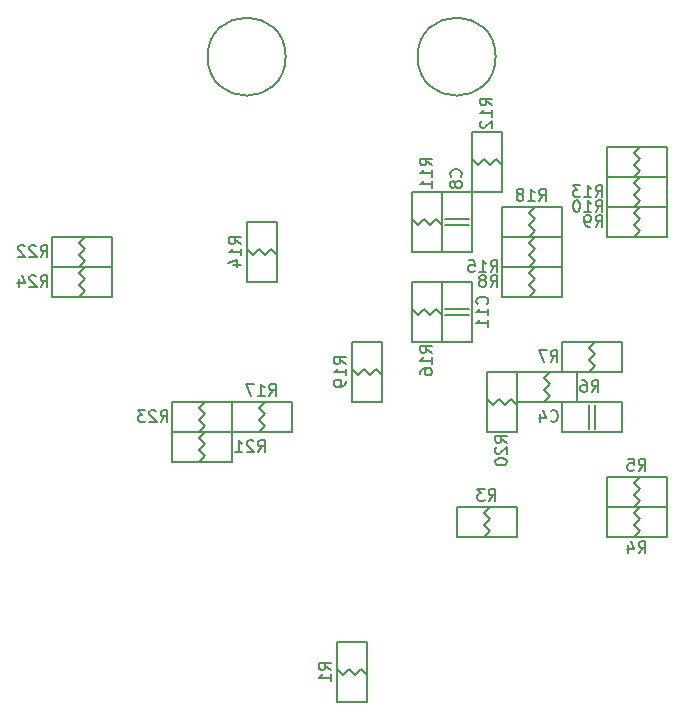
<source format=gbr>
G04 #@! TF.GenerationSoftware,KiCad,Pcbnew,5.1.6-c6e7f7d~87~ubuntu19.10.1*
G04 #@! TF.CreationDate,2022-07-30T16:25:42+06:00*
G04 #@! TF.ProjectId,big_muff_r3a_nyc,6269675f-6d75-4666-965f-7233615f6e79,3A*
G04 #@! TF.SameCoordinates,Original*
G04 #@! TF.FileFunction,Legend,Bot*
G04 #@! TF.FilePolarity,Positive*
%FSLAX46Y46*%
G04 Gerber Fmt 4.6, Leading zero omitted, Abs format (unit mm)*
G04 Created by KiCad (PCBNEW 5.1.6-c6e7f7d~87~ubuntu19.10.1) date 2022-07-30 16:25:42*
%MOMM*%
%LPD*%
G01*
G04 APERTURE LIST*
%ADD10C,0.200000*%
%ADD11R,2.100000X2.100000*%
%ADD12C,2.100000*%
%ADD13R,2.000000X1.800000*%
%ADD14R,1.800000X2.000000*%
%ADD15R,2.700000X2.700000*%
%ADD16R,3.200000X3.200000*%
%ADD17R,5.200000X3.200000*%
%ADD18R,3.200000X5.200000*%
%ADD19C,6.200000*%
G04 APERTURE END LIST*
D10*
X115570000Y-114300000D02*
X113030000Y-114300000D01*
X115570000Y-109220000D02*
X113030000Y-109220000D01*
X115316000Y-112014000D02*
X113284000Y-112014000D01*
X115316000Y-111506000D02*
X113284000Y-111506000D01*
X115570000Y-114300000D02*
X115570000Y-109220000D01*
X113030000Y-114300000D02*
X113030000Y-109220000D01*
X113030000Y-116840000D02*
X115570000Y-116840000D01*
X113030000Y-121920000D02*
X115570000Y-121920000D01*
X113284000Y-119126000D02*
X115316000Y-119126000D01*
X113284000Y-119634000D02*
X115316000Y-119634000D01*
X113030000Y-116840000D02*
X113030000Y-121920000D01*
X115570000Y-116840000D02*
X115570000Y-121920000D01*
X123190000Y-129540000D02*
X123190000Y-127000000D01*
X128270000Y-129540000D02*
X128270000Y-127000000D01*
X125476000Y-129286000D02*
X125476000Y-127254000D01*
X125984000Y-129286000D02*
X125984000Y-127254000D01*
X123190000Y-129540000D02*
X128270000Y-129540000D01*
X123190000Y-127000000D02*
X128270000Y-127000000D01*
X127000000Y-135890000D02*
X127000000Y-133350000D01*
X132080000Y-135890000D02*
X132080000Y-133350000D01*
X127000000Y-135890000D02*
X132080000Y-135890000D01*
X127000000Y-133350000D02*
X132080000Y-133350000D01*
X129286000Y-133858000D02*
X129794000Y-133350000D01*
X129794000Y-134366000D02*
X129286000Y-133858000D01*
X129286000Y-134874000D02*
X129794000Y-134366000D01*
X129794000Y-135382000D02*
X129286000Y-135890000D01*
X129286000Y-134874000D02*
X129794000Y-135382000D01*
X132080000Y-135890000D02*
X132080000Y-138430000D01*
X127000000Y-135890000D02*
X127000000Y-138430000D01*
X132080000Y-135890000D02*
X127000000Y-135890000D01*
X132080000Y-138430000D02*
X127000000Y-138430000D01*
X129794000Y-137922000D02*
X129286000Y-138430000D01*
X129286000Y-137414000D02*
X129794000Y-137922000D01*
X129794000Y-136906000D02*
X129286000Y-137414000D01*
X129286000Y-136398000D02*
X129794000Y-135890000D01*
X129794000Y-136906000D02*
X129286000Y-136398000D01*
X114300000Y-138430000D02*
X114300000Y-135890000D01*
X119380000Y-138430000D02*
X119380000Y-135890000D01*
X114300000Y-138430000D02*
X119380000Y-138430000D01*
X114300000Y-135890000D02*
X119380000Y-135890000D01*
X116586000Y-136398000D02*
X117094000Y-135890000D01*
X117094000Y-136906000D02*
X116586000Y-136398000D01*
X116586000Y-137414000D02*
X117094000Y-136906000D01*
X117094000Y-137922000D02*
X116586000Y-138430000D01*
X116586000Y-137414000D02*
X117094000Y-137922000D01*
X124460000Y-124460000D02*
X124460000Y-127000000D01*
X119380000Y-124460000D02*
X119380000Y-127000000D01*
X124460000Y-124460000D02*
X119380000Y-124460000D01*
X124460000Y-127000000D02*
X119380000Y-127000000D01*
X122174000Y-126492000D02*
X121666000Y-127000000D01*
X121666000Y-125984000D02*
X122174000Y-126492000D01*
X122174000Y-125476000D02*
X121666000Y-125984000D01*
X121666000Y-124968000D02*
X122174000Y-124460000D01*
X122174000Y-125476000D02*
X121666000Y-124968000D01*
X119380000Y-129540000D02*
X116840000Y-129540000D01*
X119380000Y-124460000D02*
X116840000Y-124460000D01*
X119380000Y-129540000D02*
X119380000Y-124460000D01*
X116840000Y-129540000D02*
X116840000Y-124460000D01*
X117348000Y-127254000D02*
X116840000Y-126746000D01*
X117856000Y-126746000D02*
X117348000Y-127254000D01*
X118364000Y-127254000D02*
X117856000Y-126746000D01*
X118872000Y-126746000D02*
X119380000Y-127254000D01*
X118364000Y-127254000D02*
X118872000Y-126746000D01*
X128270000Y-121920000D02*
X128270000Y-124460000D01*
X123190000Y-121920000D02*
X123190000Y-124460000D01*
X128270000Y-121920000D02*
X123190000Y-121920000D01*
X128270000Y-124460000D02*
X123190000Y-124460000D01*
X125984000Y-123952000D02*
X125476000Y-124460000D01*
X125476000Y-123444000D02*
X125984000Y-123952000D01*
X125984000Y-122936000D02*
X125476000Y-123444000D01*
X125476000Y-122428000D02*
X125984000Y-121920000D01*
X125984000Y-122936000D02*
X125476000Y-122428000D01*
X132080000Y-105410000D02*
X132080000Y-107950000D01*
X127000000Y-105410000D02*
X127000000Y-107950000D01*
X132080000Y-105410000D02*
X127000000Y-105410000D01*
X132080000Y-107950000D02*
X127000000Y-107950000D01*
X129794000Y-107442000D02*
X129286000Y-107950000D01*
X129286000Y-106934000D02*
X129794000Y-107442000D01*
X129794000Y-106426000D02*
X129286000Y-106934000D01*
X129286000Y-105918000D02*
X129794000Y-105410000D01*
X129794000Y-106426000D02*
X129286000Y-105918000D01*
X132080000Y-107950000D02*
X132080000Y-110490000D01*
X127000000Y-107950000D02*
X127000000Y-110490000D01*
X132080000Y-107950000D02*
X127000000Y-107950000D01*
X132080000Y-110490000D02*
X127000000Y-110490000D01*
X129794000Y-109982000D02*
X129286000Y-110490000D01*
X129286000Y-109474000D02*
X129794000Y-109982000D01*
X129794000Y-108966000D02*
X129286000Y-109474000D01*
X129286000Y-108458000D02*
X129794000Y-107950000D01*
X129794000Y-108966000D02*
X129286000Y-108458000D01*
X132080000Y-110490000D02*
X132080000Y-113030000D01*
X127000000Y-110490000D02*
X127000000Y-113030000D01*
X132080000Y-110490000D02*
X127000000Y-110490000D01*
X132080000Y-113030000D02*
X127000000Y-113030000D01*
X129794000Y-112522000D02*
X129286000Y-113030000D01*
X129286000Y-112014000D02*
X129794000Y-112522000D01*
X129794000Y-111506000D02*
X129286000Y-112014000D01*
X129286000Y-110998000D02*
X129794000Y-110490000D01*
X129794000Y-111506000D02*
X129286000Y-110998000D01*
X123190000Y-115570000D02*
X123190000Y-118110000D01*
X118110000Y-115570000D02*
X118110000Y-118110000D01*
X123190000Y-115570000D02*
X118110000Y-115570000D01*
X123190000Y-118110000D02*
X118110000Y-118110000D01*
X120904000Y-117602000D02*
X120396000Y-118110000D01*
X120396000Y-117094000D02*
X120904000Y-117602000D01*
X120904000Y-116586000D02*
X120396000Y-117094000D01*
X120396000Y-116078000D02*
X120904000Y-115570000D01*
X120904000Y-116586000D02*
X120396000Y-116078000D01*
X123190000Y-113030000D02*
X123190000Y-115570000D01*
X118110000Y-113030000D02*
X118110000Y-115570000D01*
X123190000Y-113030000D02*
X118110000Y-113030000D01*
X123190000Y-115570000D02*
X118110000Y-115570000D01*
X120904000Y-115062000D02*
X120396000Y-115570000D01*
X120396000Y-114554000D02*
X120904000Y-115062000D01*
X120904000Y-114046000D02*
X120396000Y-114554000D01*
X120396000Y-113538000D02*
X120904000Y-113030000D01*
X120904000Y-114046000D02*
X120396000Y-113538000D01*
X123190000Y-110490000D02*
X123190000Y-113030000D01*
X118110000Y-110490000D02*
X118110000Y-113030000D01*
X123190000Y-110490000D02*
X118110000Y-110490000D01*
X123190000Y-113030000D02*
X118110000Y-113030000D01*
X120904000Y-112522000D02*
X120396000Y-113030000D01*
X120396000Y-112014000D02*
X120904000Y-112522000D01*
X120904000Y-111506000D02*
X120396000Y-112014000D01*
X120396000Y-110998000D02*
X120904000Y-110490000D01*
X120904000Y-111506000D02*
X120396000Y-110998000D01*
X118110000Y-109220000D02*
X115570000Y-109220000D01*
X118110000Y-104140000D02*
X115570000Y-104140000D01*
X118110000Y-109220000D02*
X118110000Y-104140000D01*
X115570000Y-109220000D02*
X115570000Y-104140000D01*
X116078000Y-106934000D02*
X115570000Y-106426000D01*
X116586000Y-106426000D02*
X116078000Y-106934000D01*
X117094000Y-106934000D02*
X116586000Y-106426000D01*
X117602000Y-106426000D02*
X118110000Y-106934000D01*
X117094000Y-106934000D02*
X117602000Y-106426000D01*
X113030000Y-114300000D02*
X110490000Y-114300000D01*
X113030000Y-109220000D02*
X110490000Y-109220000D01*
X113030000Y-114300000D02*
X113030000Y-109220000D01*
X110490000Y-114300000D02*
X110490000Y-109220000D01*
X110998000Y-112014000D02*
X110490000Y-111506000D01*
X111506000Y-111506000D02*
X110998000Y-112014000D01*
X112014000Y-112014000D02*
X111506000Y-111506000D01*
X112522000Y-111506000D02*
X113030000Y-112014000D01*
X112014000Y-112014000D02*
X112522000Y-111506000D01*
X110490000Y-116840000D02*
X113030000Y-116840000D01*
X110490000Y-121920000D02*
X113030000Y-121920000D01*
X110490000Y-116840000D02*
X110490000Y-121920000D01*
X113030000Y-116840000D02*
X113030000Y-121920000D01*
X112522000Y-119126000D02*
X113030000Y-119634000D01*
X112014000Y-119634000D02*
X112522000Y-119126000D01*
X111506000Y-119126000D02*
X112014000Y-119634000D01*
X110998000Y-119634000D02*
X110490000Y-119126000D01*
X111506000Y-119126000D02*
X110998000Y-119634000D01*
X96520000Y-111760000D02*
X99060000Y-111760000D01*
X96520000Y-116840000D02*
X99060000Y-116840000D01*
X96520000Y-111760000D02*
X96520000Y-116840000D01*
X99060000Y-111760000D02*
X99060000Y-116840000D01*
X98552000Y-114046000D02*
X99060000Y-114554000D01*
X98044000Y-114554000D02*
X98552000Y-114046000D01*
X97536000Y-114046000D02*
X98044000Y-114554000D01*
X97028000Y-114554000D02*
X96520000Y-114046000D01*
X97536000Y-114046000D02*
X97028000Y-114554000D01*
X105410000Y-121920000D02*
X107950000Y-121920000D01*
X105410000Y-127000000D02*
X107950000Y-127000000D01*
X105410000Y-121920000D02*
X105410000Y-127000000D01*
X107950000Y-121920000D02*
X107950000Y-127000000D01*
X107442000Y-124206000D02*
X107950000Y-124714000D01*
X106934000Y-124714000D02*
X107442000Y-124206000D01*
X106426000Y-124206000D02*
X106934000Y-124714000D01*
X105918000Y-124714000D02*
X105410000Y-124206000D01*
X106426000Y-124206000D02*
X105918000Y-124714000D01*
X98044000Y-128016000D02*
X97536000Y-127508000D01*
X97536000Y-127508000D02*
X98044000Y-127000000D01*
X98044000Y-128016000D02*
X97536000Y-128524000D01*
X97536000Y-128524000D02*
X98044000Y-129032000D01*
X98044000Y-129032000D02*
X97536000Y-129540000D01*
X100330000Y-129540000D02*
X95250000Y-129540000D01*
X100330000Y-127000000D02*
X95250000Y-127000000D01*
X95250000Y-127000000D02*
X95250000Y-129540000D01*
X100330000Y-127000000D02*
X100330000Y-129540000D01*
X90170000Y-129540000D02*
X90170000Y-127000000D01*
X95250000Y-129540000D02*
X95250000Y-127000000D01*
X90170000Y-129540000D02*
X95250000Y-129540000D01*
X90170000Y-127000000D02*
X95250000Y-127000000D01*
X92456000Y-127508000D02*
X92964000Y-127000000D01*
X92964000Y-128016000D02*
X92456000Y-127508000D01*
X92456000Y-128524000D02*
X92964000Y-128016000D01*
X92964000Y-129032000D02*
X92456000Y-129540000D01*
X92456000Y-128524000D02*
X92964000Y-129032000D01*
X90170000Y-132080000D02*
X90170000Y-129540000D01*
X95250000Y-132080000D02*
X95250000Y-129540000D01*
X90170000Y-132080000D02*
X95250000Y-132080000D01*
X90170000Y-129540000D02*
X95250000Y-129540000D01*
X92456000Y-130048000D02*
X92964000Y-129540000D01*
X92964000Y-130556000D02*
X92456000Y-130048000D01*
X92456000Y-131064000D02*
X92964000Y-130556000D01*
X92964000Y-131572000D02*
X92456000Y-132080000D01*
X92456000Y-131064000D02*
X92964000Y-131572000D01*
X80010000Y-115570000D02*
X80010000Y-113030000D01*
X85090000Y-115570000D02*
X85090000Y-113030000D01*
X80010000Y-115570000D02*
X85090000Y-115570000D01*
X80010000Y-113030000D02*
X85090000Y-113030000D01*
X82296000Y-113538000D02*
X82804000Y-113030000D01*
X82804000Y-114046000D02*
X82296000Y-113538000D01*
X82296000Y-114554000D02*
X82804000Y-114046000D01*
X82804000Y-115062000D02*
X82296000Y-115570000D01*
X82296000Y-114554000D02*
X82804000Y-115062000D01*
X80010000Y-118110000D02*
X80010000Y-115570000D01*
X85090000Y-118110000D02*
X85090000Y-115570000D01*
X80010000Y-118110000D02*
X85090000Y-118110000D01*
X80010000Y-115570000D02*
X85090000Y-115570000D01*
X82296000Y-116078000D02*
X82804000Y-115570000D01*
X82804000Y-116586000D02*
X82296000Y-116078000D01*
X82296000Y-117094000D02*
X82804000Y-116586000D01*
X82804000Y-117602000D02*
X82296000Y-118110000D01*
X82296000Y-117094000D02*
X82804000Y-117602000D01*
X106680000Y-152400000D02*
X104140000Y-152400000D01*
X106680000Y-147320000D02*
X104140000Y-147320000D01*
X106680000Y-152400000D02*
X106680000Y-147320000D01*
X104140000Y-152400000D02*
X104140000Y-147320000D01*
X104648000Y-150114000D02*
X104140000Y-149606000D01*
X105156000Y-149606000D02*
X104648000Y-150114000D01*
X105664000Y-150114000D02*
X105156000Y-149606000D01*
X106172000Y-149606000D02*
X106680000Y-150114000D01*
X105664000Y-150114000D02*
X106172000Y-149606000D01*
X117602000Y-97790000D02*
G75*
G03*
X117602000Y-97790000I-3302000J0D01*
G01*
X99822000Y-97790000D02*
G75*
G03*
X99822000Y-97790000I-3302000J0D01*
G01*
X114657142Y-107947142D02*
X114704761Y-107899523D01*
X114752380Y-107756666D01*
X114752380Y-107661428D01*
X114704761Y-107518571D01*
X114609523Y-107423333D01*
X114514285Y-107375714D01*
X114323809Y-107328095D01*
X114180952Y-107328095D01*
X113990476Y-107375714D01*
X113895238Y-107423333D01*
X113800000Y-107518571D01*
X113752380Y-107661428D01*
X113752380Y-107756666D01*
X113800000Y-107899523D01*
X113847619Y-107947142D01*
X114180952Y-108518571D02*
X114133333Y-108423333D01*
X114085714Y-108375714D01*
X113990476Y-108328095D01*
X113942857Y-108328095D01*
X113847619Y-108375714D01*
X113800000Y-108423333D01*
X113752380Y-108518571D01*
X113752380Y-108709047D01*
X113800000Y-108804285D01*
X113847619Y-108851904D01*
X113942857Y-108899523D01*
X113990476Y-108899523D01*
X114085714Y-108851904D01*
X114133333Y-108804285D01*
X114180952Y-108709047D01*
X114180952Y-108518571D01*
X114228571Y-108423333D01*
X114276190Y-108375714D01*
X114371428Y-108328095D01*
X114561904Y-108328095D01*
X114657142Y-108375714D01*
X114704761Y-108423333D01*
X114752380Y-108518571D01*
X114752380Y-108709047D01*
X114704761Y-108804285D01*
X114657142Y-108851904D01*
X114561904Y-108899523D01*
X114371428Y-108899523D01*
X114276190Y-108851904D01*
X114228571Y-108804285D01*
X114180952Y-108709047D01*
X116879642Y-118737142D02*
X116927261Y-118689523D01*
X116974880Y-118546666D01*
X116974880Y-118451428D01*
X116927261Y-118308571D01*
X116832023Y-118213333D01*
X116736785Y-118165714D01*
X116546309Y-118118095D01*
X116403452Y-118118095D01*
X116212976Y-118165714D01*
X116117738Y-118213333D01*
X116022500Y-118308571D01*
X115974880Y-118451428D01*
X115974880Y-118546666D01*
X116022500Y-118689523D01*
X116070119Y-118737142D01*
X116974880Y-119689523D02*
X116974880Y-119118095D01*
X116974880Y-119403809D02*
X115974880Y-119403809D01*
X116117738Y-119308571D01*
X116212976Y-119213333D01*
X116260595Y-119118095D01*
X116974880Y-120641904D02*
X116974880Y-120070476D01*
X116974880Y-120356190D02*
X115974880Y-120356190D01*
X116117738Y-120260952D01*
X116212976Y-120165714D01*
X116260595Y-120070476D01*
X122250476Y-128627142D02*
X122298095Y-128674761D01*
X122440952Y-128722380D01*
X122536190Y-128722380D01*
X122679047Y-128674761D01*
X122774285Y-128579523D01*
X122821904Y-128484285D01*
X122869523Y-128293809D01*
X122869523Y-128150952D01*
X122821904Y-127960476D01*
X122774285Y-127865238D01*
X122679047Y-127770000D01*
X122536190Y-127722380D01*
X122440952Y-127722380D01*
X122298095Y-127770000D01*
X122250476Y-127817619D01*
X121393333Y-128055714D02*
X121393333Y-128722380D01*
X121631428Y-127674761D02*
X121869523Y-128389047D01*
X121250476Y-128389047D01*
X129706666Y-132849880D02*
X130040000Y-132373690D01*
X130278095Y-132849880D02*
X130278095Y-131849880D01*
X129897142Y-131849880D01*
X129801904Y-131897500D01*
X129754285Y-131945119D01*
X129706666Y-132040357D01*
X129706666Y-132183214D01*
X129754285Y-132278452D01*
X129801904Y-132326071D01*
X129897142Y-132373690D01*
X130278095Y-132373690D01*
X128801904Y-131849880D02*
X129278095Y-131849880D01*
X129325714Y-132326071D01*
X129278095Y-132278452D01*
X129182857Y-132230833D01*
X128944761Y-132230833D01*
X128849523Y-132278452D01*
X128801904Y-132326071D01*
X128754285Y-132421309D01*
X128754285Y-132659404D01*
X128801904Y-132754642D01*
X128849523Y-132802261D01*
X128944761Y-132849880D01*
X129182857Y-132849880D01*
X129278095Y-132802261D01*
X129325714Y-132754642D01*
X129706666Y-139834880D02*
X130040000Y-139358690D01*
X130278095Y-139834880D02*
X130278095Y-138834880D01*
X129897142Y-138834880D01*
X129801904Y-138882500D01*
X129754285Y-138930119D01*
X129706666Y-139025357D01*
X129706666Y-139168214D01*
X129754285Y-139263452D01*
X129801904Y-139311071D01*
X129897142Y-139358690D01*
X130278095Y-139358690D01*
X128849523Y-139168214D02*
X128849523Y-139834880D01*
X129087619Y-138787261D02*
X129325714Y-139501547D01*
X128706666Y-139501547D01*
X117006666Y-135389880D02*
X117340000Y-134913690D01*
X117578095Y-135389880D02*
X117578095Y-134389880D01*
X117197142Y-134389880D01*
X117101904Y-134437500D01*
X117054285Y-134485119D01*
X117006666Y-134580357D01*
X117006666Y-134723214D01*
X117054285Y-134818452D01*
X117101904Y-134866071D01*
X117197142Y-134913690D01*
X117578095Y-134913690D01*
X116673333Y-134389880D02*
X116054285Y-134389880D01*
X116387619Y-134770833D01*
X116244761Y-134770833D01*
X116149523Y-134818452D01*
X116101904Y-134866071D01*
X116054285Y-134961309D01*
X116054285Y-135199404D01*
X116101904Y-135294642D01*
X116149523Y-135342261D01*
X116244761Y-135389880D01*
X116530476Y-135389880D01*
X116625714Y-135342261D01*
X116673333Y-135294642D01*
X125732857Y-126182380D02*
X126066190Y-125706190D01*
X126304285Y-126182380D02*
X126304285Y-125182380D01*
X125923333Y-125182380D01*
X125828095Y-125230000D01*
X125780476Y-125277619D01*
X125732857Y-125372857D01*
X125732857Y-125515714D01*
X125780476Y-125610952D01*
X125828095Y-125658571D01*
X125923333Y-125706190D01*
X126304285Y-125706190D01*
X124875714Y-125182380D02*
X125066190Y-125182380D01*
X125161428Y-125230000D01*
X125209047Y-125277619D01*
X125304285Y-125420476D01*
X125351904Y-125610952D01*
X125351904Y-125991904D01*
X125304285Y-126087142D01*
X125256666Y-126134761D01*
X125161428Y-126182380D01*
X124970952Y-126182380D01*
X124875714Y-126134761D01*
X124828095Y-126087142D01*
X124780476Y-125991904D01*
X124780476Y-125753809D01*
X124828095Y-125658571D01*
X124875714Y-125610952D01*
X124970952Y-125563333D01*
X125161428Y-125563333D01*
X125256666Y-125610952D01*
X125304285Y-125658571D01*
X125351904Y-125753809D01*
X118562380Y-130479523D02*
X118086190Y-130146190D01*
X118562380Y-129908095D02*
X117562380Y-129908095D01*
X117562380Y-130289047D01*
X117610000Y-130384285D01*
X117657619Y-130431904D01*
X117752857Y-130479523D01*
X117895714Y-130479523D01*
X117990952Y-130431904D01*
X118038571Y-130384285D01*
X118086190Y-130289047D01*
X118086190Y-129908095D01*
X117657619Y-130860476D02*
X117610000Y-130908095D01*
X117562380Y-131003333D01*
X117562380Y-131241428D01*
X117610000Y-131336666D01*
X117657619Y-131384285D01*
X117752857Y-131431904D01*
X117848095Y-131431904D01*
X117990952Y-131384285D01*
X118562380Y-130812857D01*
X118562380Y-131431904D01*
X117562380Y-132050952D02*
X117562380Y-132146190D01*
X117610000Y-132241428D01*
X117657619Y-132289047D01*
X117752857Y-132336666D01*
X117943333Y-132384285D01*
X118181428Y-132384285D01*
X118371904Y-132336666D01*
X118467142Y-132289047D01*
X118514761Y-132241428D01*
X118562380Y-132146190D01*
X118562380Y-132050952D01*
X118514761Y-131955714D01*
X118467142Y-131908095D01*
X118371904Y-131860476D01*
X118181428Y-131812857D01*
X117943333Y-131812857D01*
X117752857Y-131860476D01*
X117657619Y-131908095D01*
X117610000Y-131955714D01*
X117562380Y-132050952D01*
X122250476Y-123642380D02*
X122583809Y-123166190D01*
X122821904Y-123642380D02*
X122821904Y-122642380D01*
X122440952Y-122642380D01*
X122345714Y-122690000D01*
X122298095Y-122737619D01*
X122250476Y-122832857D01*
X122250476Y-122975714D01*
X122298095Y-123070952D01*
X122345714Y-123118571D01*
X122440952Y-123166190D01*
X122821904Y-123166190D01*
X121917142Y-122642380D02*
X121250476Y-122642380D01*
X121679047Y-123642380D01*
X126060476Y-109672380D02*
X126393809Y-109196190D01*
X126631904Y-109672380D02*
X126631904Y-108672380D01*
X126250952Y-108672380D01*
X126155714Y-108720000D01*
X126108095Y-108767619D01*
X126060476Y-108862857D01*
X126060476Y-109005714D01*
X126108095Y-109100952D01*
X126155714Y-109148571D01*
X126250952Y-109196190D01*
X126631904Y-109196190D01*
X125108095Y-109672380D02*
X125679523Y-109672380D01*
X125393809Y-109672380D02*
X125393809Y-108672380D01*
X125489047Y-108815238D01*
X125584285Y-108910476D01*
X125679523Y-108958095D01*
X124774761Y-108672380D02*
X124155714Y-108672380D01*
X124489047Y-109053333D01*
X124346190Y-109053333D01*
X124250952Y-109100952D01*
X124203333Y-109148571D01*
X124155714Y-109243809D01*
X124155714Y-109481904D01*
X124203333Y-109577142D01*
X124250952Y-109624761D01*
X124346190Y-109672380D01*
X124631904Y-109672380D01*
X124727142Y-109624761D01*
X124774761Y-109577142D01*
X126060476Y-110942380D02*
X126393809Y-110466190D01*
X126631904Y-110942380D02*
X126631904Y-109942380D01*
X126250952Y-109942380D01*
X126155714Y-109990000D01*
X126108095Y-110037619D01*
X126060476Y-110132857D01*
X126060476Y-110275714D01*
X126108095Y-110370952D01*
X126155714Y-110418571D01*
X126250952Y-110466190D01*
X126631904Y-110466190D01*
X125108095Y-110942380D02*
X125679523Y-110942380D01*
X125393809Y-110942380D02*
X125393809Y-109942380D01*
X125489047Y-110085238D01*
X125584285Y-110180476D01*
X125679523Y-110228095D01*
X124489047Y-109942380D02*
X124393809Y-109942380D01*
X124298571Y-109990000D01*
X124250952Y-110037619D01*
X124203333Y-110132857D01*
X124155714Y-110323333D01*
X124155714Y-110561428D01*
X124203333Y-110751904D01*
X124250952Y-110847142D01*
X124298571Y-110894761D01*
X124393809Y-110942380D01*
X124489047Y-110942380D01*
X124584285Y-110894761D01*
X124631904Y-110847142D01*
X124679523Y-110751904D01*
X124727142Y-110561428D01*
X124727142Y-110323333D01*
X124679523Y-110132857D01*
X124631904Y-110037619D01*
X124584285Y-109990000D01*
X124489047Y-109942380D01*
X126060476Y-112212380D02*
X126393809Y-111736190D01*
X126631904Y-112212380D02*
X126631904Y-111212380D01*
X126250952Y-111212380D01*
X126155714Y-111260000D01*
X126108095Y-111307619D01*
X126060476Y-111402857D01*
X126060476Y-111545714D01*
X126108095Y-111640952D01*
X126155714Y-111688571D01*
X126250952Y-111736190D01*
X126631904Y-111736190D01*
X125584285Y-112212380D02*
X125393809Y-112212380D01*
X125298571Y-112164761D01*
X125250952Y-112117142D01*
X125155714Y-111974285D01*
X125108095Y-111783809D01*
X125108095Y-111402857D01*
X125155714Y-111307619D01*
X125203333Y-111260000D01*
X125298571Y-111212380D01*
X125489047Y-111212380D01*
X125584285Y-111260000D01*
X125631904Y-111307619D01*
X125679523Y-111402857D01*
X125679523Y-111640952D01*
X125631904Y-111736190D01*
X125584285Y-111783809D01*
X125489047Y-111831428D01*
X125298571Y-111831428D01*
X125203333Y-111783809D01*
X125155714Y-111736190D01*
X125108095Y-111640952D01*
X117170476Y-117292380D02*
X117503809Y-116816190D01*
X117741904Y-117292380D02*
X117741904Y-116292380D01*
X117360952Y-116292380D01*
X117265714Y-116340000D01*
X117218095Y-116387619D01*
X117170476Y-116482857D01*
X117170476Y-116625714D01*
X117218095Y-116720952D01*
X117265714Y-116768571D01*
X117360952Y-116816190D01*
X117741904Y-116816190D01*
X116599047Y-116720952D02*
X116694285Y-116673333D01*
X116741904Y-116625714D01*
X116789523Y-116530476D01*
X116789523Y-116482857D01*
X116741904Y-116387619D01*
X116694285Y-116340000D01*
X116599047Y-116292380D01*
X116408571Y-116292380D01*
X116313333Y-116340000D01*
X116265714Y-116387619D01*
X116218095Y-116482857D01*
X116218095Y-116530476D01*
X116265714Y-116625714D01*
X116313333Y-116673333D01*
X116408571Y-116720952D01*
X116599047Y-116720952D01*
X116694285Y-116768571D01*
X116741904Y-116816190D01*
X116789523Y-116911428D01*
X116789523Y-117101904D01*
X116741904Y-117197142D01*
X116694285Y-117244761D01*
X116599047Y-117292380D01*
X116408571Y-117292380D01*
X116313333Y-117244761D01*
X116265714Y-117197142D01*
X116218095Y-117101904D01*
X116218095Y-116911428D01*
X116265714Y-116816190D01*
X116313333Y-116768571D01*
X116408571Y-116720952D01*
X117170476Y-116022380D02*
X117503809Y-115546190D01*
X117741904Y-116022380D02*
X117741904Y-115022380D01*
X117360952Y-115022380D01*
X117265714Y-115070000D01*
X117218095Y-115117619D01*
X117170476Y-115212857D01*
X117170476Y-115355714D01*
X117218095Y-115450952D01*
X117265714Y-115498571D01*
X117360952Y-115546190D01*
X117741904Y-115546190D01*
X116218095Y-116022380D02*
X116789523Y-116022380D01*
X116503809Y-116022380D02*
X116503809Y-115022380D01*
X116599047Y-115165238D01*
X116694285Y-115260476D01*
X116789523Y-115308095D01*
X115313333Y-115022380D02*
X115789523Y-115022380D01*
X115837142Y-115498571D01*
X115789523Y-115450952D01*
X115694285Y-115403333D01*
X115456190Y-115403333D01*
X115360952Y-115450952D01*
X115313333Y-115498571D01*
X115265714Y-115593809D01*
X115265714Y-115831904D01*
X115313333Y-115927142D01*
X115360952Y-115974761D01*
X115456190Y-116022380D01*
X115694285Y-116022380D01*
X115789523Y-115974761D01*
X115837142Y-115927142D01*
X121292857Y-109989880D02*
X121626190Y-109513690D01*
X121864285Y-109989880D02*
X121864285Y-108989880D01*
X121483333Y-108989880D01*
X121388095Y-109037500D01*
X121340476Y-109085119D01*
X121292857Y-109180357D01*
X121292857Y-109323214D01*
X121340476Y-109418452D01*
X121388095Y-109466071D01*
X121483333Y-109513690D01*
X121864285Y-109513690D01*
X120340476Y-109989880D02*
X120911904Y-109989880D01*
X120626190Y-109989880D02*
X120626190Y-108989880D01*
X120721428Y-109132738D01*
X120816666Y-109227976D01*
X120911904Y-109275595D01*
X119769047Y-109418452D02*
X119864285Y-109370833D01*
X119911904Y-109323214D01*
X119959523Y-109227976D01*
X119959523Y-109180357D01*
X119911904Y-109085119D01*
X119864285Y-109037500D01*
X119769047Y-108989880D01*
X119578571Y-108989880D01*
X119483333Y-109037500D01*
X119435714Y-109085119D01*
X119388095Y-109180357D01*
X119388095Y-109227976D01*
X119435714Y-109323214D01*
X119483333Y-109370833D01*
X119578571Y-109418452D01*
X119769047Y-109418452D01*
X119864285Y-109466071D01*
X119911904Y-109513690D01*
X119959523Y-109608928D01*
X119959523Y-109799404D01*
X119911904Y-109894642D01*
X119864285Y-109942261D01*
X119769047Y-109989880D01*
X119578571Y-109989880D01*
X119483333Y-109942261D01*
X119435714Y-109894642D01*
X119388095Y-109799404D01*
X119388095Y-109608928D01*
X119435714Y-109513690D01*
X119483333Y-109466071D01*
X119578571Y-109418452D01*
X117292380Y-101914761D02*
X116816190Y-101581428D01*
X117292380Y-101343333D02*
X116292380Y-101343333D01*
X116292380Y-101724285D01*
X116340000Y-101819523D01*
X116387619Y-101867142D01*
X116482857Y-101914761D01*
X116625714Y-101914761D01*
X116720952Y-101867142D01*
X116768571Y-101819523D01*
X116816190Y-101724285D01*
X116816190Y-101343333D01*
X117292380Y-102867142D02*
X117292380Y-102295714D01*
X117292380Y-102581428D02*
X116292380Y-102581428D01*
X116435238Y-102486190D01*
X116530476Y-102390952D01*
X116578095Y-102295714D01*
X116387619Y-103248095D02*
X116340000Y-103295714D01*
X116292380Y-103390952D01*
X116292380Y-103629047D01*
X116340000Y-103724285D01*
X116387619Y-103771904D01*
X116482857Y-103819523D01*
X116578095Y-103819523D01*
X116720952Y-103771904D01*
X117292380Y-103200476D01*
X117292380Y-103819523D01*
X112212380Y-106994761D02*
X111736190Y-106661428D01*
X112212380Y-106423333D02*
X111212380Y-106423333D01*
X111212380Y-106804285D01*
X111260000Y-106899523D01*
X111307619Y-106947142D01*
X111402857Y-106994761D01*
X111545714Y-106994761D01*
X111640952Y-106947142D01*
X111688571Y-106899523D01*
X111736190Y-106804285D01*
X111736190Y-106423333D01*
X112212380Y-107947142D02*
X112212380Y-107375714D01*
X112212380Y-107661428D02*
X111212380Y-107661428D01*
X111355238Y-107566190D01*
X111450476Y-107470952D01*
X111498095Y-107375714D01*
X112212380Y-108899523D02*
X112212380Y-108328095D01*
X112212380Y-108613809D02*
X111212380Y-108613809D01*
X111355238Y-108518571D01*
X111450476Y-108423333D01*
X111498095Y-108328095D01*
X112212380Y-122859523D02*
X111736190Y-122526190D01*
X112212380Y-122288095D02*
X111212380Y-122288095D01*
X111212380Y-122669047D01*
X111260000Y-122764285D01*
X111307619Y-122811904D01*
X111402857Y-122859523D01*
X111545714Y-122859523D01*
X111640952Y-122811904D01*
X111688571Y-122764285D01*
X111736190Y-122669047D01*
X111736190Y-122288095D01*
X112212380Y-123811904D02*
X112212380Y-123240476D01*
X112212380Y-123526190D02*
X111212380Y-123526190D01*
X111355238Y-123430952D01*
X111450476Y-123335714D01*
X111498095Y-123240476D01*
X111212380Y-124669047D02*
X111212380Y-124478571D01*
X111260000Y-124383333D01*
X111307619Y-124335714D01*
X111450476Y-124240476D01*
X111640952Y-124192857D01*
X112021904Y-124192857D01*
X112117142Y-124240476D01*
X112164761Y-124288095D01*
X112212380Y-124383333D01*
X112212380Y-124573809D01*
X112164761Y-124669047D01*
X112117142Y-124716666D01*
X112021904Y-124764285D01*
X111783809Y-124764285D01*
X111688571Y-124716666D01*
X111640952Y-124669047D01*
X111593333Y-124573809D01*
X111593333Y-124383333D01*
X111640952Y-124288095D01*
X111688571Y-124240476D01*
X111783809Y-124192857D01*
X96019880Y-113657142D02*
X95543690Y-113323809D01*
X96019880Y-113085714D02*
X95019880Y-113085714D01*
X95019880Y-113466666D01*
X95067500Y-113561904D01*
X95115119Y-113609523D01*
X95210357Y-113657142D01*
X95353214Y-113657142D01*
X95448452Y-113609523D01*
X95496071Y-113561904D01*
X95543690Y-113466666D01*
X95543690Y-113085714D01*
X96019880Y-114609523D02*
X96019880Y-114038095D01*
X96019880Y-114323809D02*
X95019880Y-114323809D01*
X95162738Y-114228571D01*
X95257976Y-114133333D01*
X95305595Y-114038095D01*
X95353214Y-115466666D02*
X96019880Y-115466666D01*
X94972261Y-115228571D02*
X95686547Y-114990476D01*
X95686547Y-115609523D01*
X104909880Y-123817142D02*
X104433690Y-123483809D01*
X104909880Y-123245714D02*
X103909880Y-123245714D01*
X103909880Y-123626666D01*
X103957500Y-123721904D01*
X104005119Y-123769523D01*
X104100357Y-123817142D01*
X104243214Y-123817142D01*
X104338452Y-123769523D01*
X104386071Y-123721904D01*
X104433690Y-123626666D01*
X104433690Y-123245714D01*
X104909880Y-124769523D02*
X104909880Y-124198095D01*
X104909880Y-124483809D02*
X103909880Y-124483809D01*
X104052738Y-124388571D01*
X104147976Y-124293333D01*
X104195595Y-124198095D01*
X104909880Y-125245714D02*
X104909880Y-125436190D01*
X104862261Y-125531428D01*
X104814642Y-125579047D01*
X104671785Y-125674285D01*
X104481309Y-125721904D01*
X104100357Y-125721904D01*
X104005119Y-125674285D01*
X103957500Y-125626666D01*
X103909880Y-125531428D01*
X103909880Y-125340952D01*
X103957500Y-125245714D01*
X104005119Y-125198095D01*
X104100357Y-125150476D01*
X104338452Y-125150476D01*
X104433690Y-125198095D01*
X104481309Y-125245714D01*
X104528928Y-125340952D01*
X104528928Y-125531428D01*
X104481309Y-125626666D01*
X104433690Y-125674285D01*
X104338452Y-125721904D01*
X98432857Y-126499880D02*
X98766190Y-126023690D01*
X99004285Y-126499880D02*
X99004285Y-125499880D01*
X98623333Y-125499880D01*
X98528095Y-125547500D01*
X98480476Y-125595119D01*
X98432857Y-125690357D01*
X98432857Y-125833214D01*
X98480476Y-125928452D01*
X98528095Y-125976071D01*
X98623333Y-126023690D01*
X99004285Y-126023690D01*
X97480476Y-126499880D02*
X98051904Y-126499880D01*
X97766190Y-126499880D02*
X97766190Y-125499880D01*
X97861428Y-125642738D01*
X97956666Y-125737976D01*
X98051904Y-125785595D01*
X97147142Y-125499880D02*
X96480476Y-125499880D01*
X96909047Y-126499880D01*
X89230476Y-128722380D02*
X89563809Y-128246190D01*
X89801904Y-128722380D02*
X89801904Y-127722380D01*
X89420952Y-127722380D01*
X89325714Y-127770000D01*
X89278095Y-127817619D01*
X89230476Y-127912857D01*
X89230476Y-128055714D01*
X89278095Y-128150952D01*
X89325714Y-128198571D01*
X89420952Y-128246190D01*
X89801904Y-128246190D01*
X88849523Y-127817619D02*
X88801904Y-127770000D01*
X88706666Y-127722380D01*
X88468571Y-127722380D01*
X88373333Y-127770000D01*
X88325714Y-127817619D01*
X88278095Y-127912857D01*
X88278095Y-128008095D01*
X88325714Y-128150952D01*
X88897142Y-128722380D01*
X88278095Y-128722380D01*
X87944761Y-127722380D02*
X87325714Y-127722380D01*
X87659047Y-128103333D01*
X87516190Y-128103333D01*
X87420952Y-128150952D01*
X87373333Y-128198571D01*
X87325714Y-128293809D01*
X87325714Y-128531904D01*
X87373333Y-128627142D01*
X87420952Y-128674761D01*
X87516190Y-128722380D01*
X87801904Y-128722380D01*
X87897142Y-128674761D01*
X87944761Y-128627142D01*
X97475238Y-131262380D02*
X97808571Y-130786190D01*
X98046666Y-131262380D02*
X98046666Y-130262380D01*
X97665714Y-130262380D01*
X97570476Y-130310000D01*
X97522857Y-130357619D01*
X97475238Y-130452857D01*
X97475238Y-130595714D01*
X97522857Y-130690952D01*
X97570476Y-130738571D01*
X97665714Y-130786190D01*
X98046666Y-130786190D01*
X97094285Y-130357619D02*
X97046666Y-130310000D01*
X96951428Y-130262380D01*
X96713333Y-130262380D01*
X96618095Y-130310000D01*
X96570476Y-130357619D01*
X96522857Y-130452857D01*
X96522857Y-130548095D01*
X96570476Y-130690952D01*
X97141904Y-131262380D01*
X96522857Y-131262380D01*
X95570476Y-131262380D02*
X96141904Y-131262380D01*
X95856190Y-131262380D02*
X95856190Y-130262380D01*
X95951428Y-130405238D01*
X96046666Y-130500476D01*
X96141904Y-130548095D01*
X79070476Y-114752380D02*
X79403809Y-114276190D01*
X79641904Y-114752380D02*
X79641904Y-113752380D01*
X79260952Y-113752380D01*
X79165714Y-113800000D01*
X79118095Y-113847619D01*
X79070476Y-113942857D01*
X79070476Y-114085714D01*
X79118095Y-114180952D01*
X79165714Y-114228571D01*
X79260952Y-114276190D01*
X79641904Y-114276190D01*
X78689523Y-113847619D02*
X78641904Y-113800000D01*
X78546666Y-113752380D01*
X78308571Y-113752380D01*
X78213333Y-113800000D01*
X78165714Y-113847619D01*
X78118095Y-113942857D01*
X78118095Y-114038095D01*
X78165714Y-114180952D01*
X78737142Y-114752380D01*
X78118095Y-114752380D01*
X77737142Y-113847619D02*
X77689523Y-113800000D01*
X77594285Y-113752380D01*
X77356190Y-113752380D01*
X77260952Y-113800000D01*
X77213333Y-113847619D01*
X77165714Y-113942857D01*
X77165714Y-114038095D01*
X77213333Y-114180952D01*
X77784761Y-114752380D01*
X77165714Y-114752380D01*
X79070476Y-117292380D02*
X79403809Y-116816190D01*
X79641904Y-117292380D02*
X79641904Y-116292380D01*
X79260952Y-116292380D01*
X79165714Y-116340000D01*
X79118095Y-116387619D01*
X79070476Y-116482857D01*
X79070476Y-116625714D01*
X79118095Y-116720952D01*
X79165714Y-116768571D01*
X79260952Y-116816190D01*
X79641904Y-116816190D01*
X78689523Y-116387619D02*
X78641904Y-116340000D01*
X78546666Y-116292380D01*
X78308571Y-116292380D01*
X78213333Y-116340000D01*
X78165714Y-116387619D01*
X78118095Y-116482857D01*
X78118095Y-116578095D01*
X78165714Y-116720952D01*
X78737142Y-117292380D01*
X78118095Y-117292380D01*
X77260952Y-116625714D02*
X77260952Y-117292380D01*
X77499047Y-116244761D02*
X77737142Y-116959047D01*
X77118095Y-116959047D01*
X103639880Y-149693333D02*
X103163690Y-149360000D01*
X103639880Y-149121904D02*
X102639880Y-149121904D01*
X102639880Y-149502857D01*
X102687500Y-149598095D01*
X102735119Y-149645714D01*
X102830357Y-149693333D01*
X102973214Y-149693333D01*
X103068452Y-149645714D01*
X103116071Y-149598095D01*
X103163690Y-149502857D01*
X103163690Y-149121904D01*
X103639880Y-150645714D02*
X103639880Y-150074285D01*
X103639880Y-150360000D02*
X102639880Y-150360000D01*
X102782738Y-150264761D01*
X102877976Y-150169523D01*
X102925595Y-150074285D01*
%LPC*%
D11*
X110490000Y-133350000D03*
X107950000Y-133350000D03*
X105410000Y-133350000D03*
X102870000Y-133350000D03*
X100330000Y-133350000D03*
X129540000Y-119380000D03*
X127000000Y-119380000D03*
X124460000Y-119380000D03*
X121920000Y-119380000D03*
X119380000Y-119380000D03*
X91440000Y-119380000D03*
X88900000Y-119380000D03*
X86360000Y-119380000D03*
X83820000Y-119380000D03*
X81280000Y-119380000D03*
X96520000Y-104140000D03*
X124460000Y-162560000D03*
X105410000Y-176530000D03*
D12*
X125730000Y-106680000D03*
D11*
X123190000Y-106680000D03*
X120650000Y-106680000D03*
D12*
X109220000Y-115570000D03*
D11*
X109220000Y-118110000D03*
X109220000Y-120650000D03*
X127000000Y-132080000D03*
X124460000Y-132080000D03*
D12*
X121920000Y-132080000D03*
X82550000Y-130810000D03*
D11*
X85090000Y-130810000D03*
X87630000Y-130810000D03*
X88900000Y-111760000D03*
D12*
X88900000Y-104140000D03*
D11*
X91440000Y-104140000D03*
D12*
X91440000Y-111760000D03*
D11*
X101600000Y-128270000D03*
D12*
X101600000Y-120650000D03*
D11*
X104140000Y-120650000D03*
D12*
X104140000Y-128270000D03*
D11*
X123190000Y-102870000D03*
X128270000Y-102870000D03*
X109220000Y-123190000D03*
X109220000Y-128270000D03*
X114300000Y-128270000D03*
X114300000Y-123190000D03*
X124460000Y-115570000D03*
X129540000Y-115570000D03*
X130810000Y-124460000D03*
X130810000Y-129540000D03*
X120650000Y-137160000D03*
X125730000Y-137160000D03*
X91440000Y-133350000D03*
X96520000Y-133350000D03*
X85090000Y-125730000D03*
X90170000Y-125730000D03*
X97790000Y-118110000D03*
X97790000Y-123190000D03*
X100330000Y-114300000D03*
X105410000Y-114300000D03*
X85090000Y-104140000D03*
X85090000Y-109220000D03*
D12*
X111760000Y-102870000D03*
D11*
X119380000Y-102870000D03*
D13*
X114300000Y-110360000D03*
X114300000Y-113160000D03*
X114300000Y-120780000D03*
X114300000Y-117980000D03*
D14*
X127130000Y-128270000D03*
X124330000Y-128270000D03*
X130940000Y-134620000D03*
X128140000Y-134620000D03*
X128140000Y-137160000D03*
X130940000Y-137160000D03*
X118240000Y-137160000D03*
X115440000Y-137160000D03*
X120520000Y-125730000D03*
X123320000Y-125730000D03*
D13*
X118110000Y-125600000D03*
X118110000Y-128400000D03*
D14*
X124330000Y-123190000D03*
X127130000Y-123190000D03*
X128140000Y-106680000D03*
X130940000Y-106680000D03*
X128140000Y-109220000D03*
X130940000Y-109220000D03*
X128140000Y-111760000D03*
X130940000Y-111760000D03*
X119250000Y-116840000D03*
X122050000Y-116840000D03*
X119250000Y-114300000D03*
X122050000Y-114300000D03*
X119250000Y-111760000D03*
X122050000Y-111760000D03*
D13*
X116840000Y-105280000D03*
X116840000Y-108080000D03*
X111760000Y-110360000D03*
X111760000Y-113160000D03*
X111760000Y-120780000D03*
X111760000Y-117980000D03*
X97790000Y-115700000D03*
X97790000Y-112900000D03*
X106680000Y-125860000D03*
X106680000Y-123060000D03*
D14*
X99190000Y-128270000D03*
X96390000Y-128270000D03*
X94110000Y-128270000D03*
X91310000Y-128270000D03*
X94110000Y-130810000D03*
X91310000Y-130810000D03*
X83950000Y-114300000D03*
X81150000Y-114300000D03*
X83950000Y-116840000D03*
X81150000Y-116840000D03*
D11*
X115570000Y-162560000D03*
X120650000Y-162560000D03*
D13*
X105410000Y-148460000D03*
X105410000Y-151260000D03*
D12*
X120650000Y-99060000D03*
D11*
X120650000Y-96520000D03*
D12*
X105410000Y-142240000D03*
D11*
X105410000Y-139700000D03*
D15*
X110410000Y-167640000D03*
X110410000Y-171640000D03*
X110410000Y-163640000D03*
X105410000Y-167640000D03*
X105410000Y-171640000D03*
X105410000Y-163640000D03*
X100410000Y-163640000D03*
X100410000Y-167640000D03*
X100410000Y-171640000D03*
D16*
X95540000Y-141760000D03*
X89240000Y-141760000D03*
X82940000Y-141760000D03*
X95540000Y-157960000D03*
X89240000Y-157960000D03*
X82940000Y-157960000D03*
X115280000Y-157960000D03*
X121580000Y-157960000D03*
X127880000Y-157960000D03*
X115280000Y-141760000D03*
X121580000Y-141760000D03*
X127880000Y-141760000D03*
D17*
X105410000Y-107480000D03*
D18*
X100610000Y-104980000D03*
D17*
X105410000Y-101480000D03*
D19*
X114300000Y-97790000D03*
X96520000Y-97790000D03*
M02*

</source>
